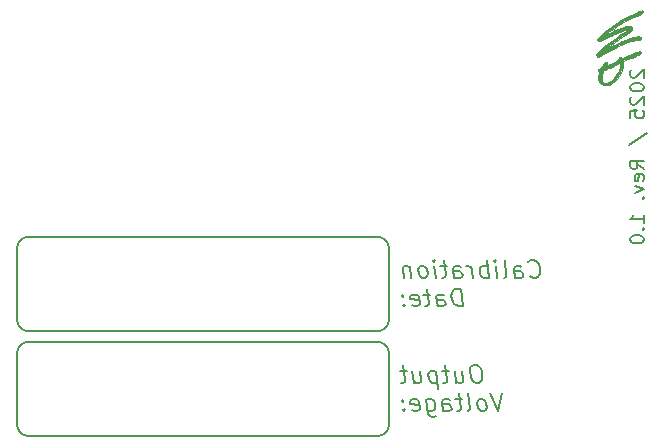
<source format=gbr>
%TF.GenerationSoftware,KiCad,Pcbnew,8.0.4*%
%TF.CreationDate,2025-01-19T15:52:31+01:00*%
%TF.ProjectId,PortableVoltageStandard,506f7274-6162-46c6-9556-6f6c74616765,1.0*%
%TF.SameCoordinates,Original*%
%TF.FileFunction,Legend,Bot*%
%TF.FilePolarity,Positive*%
%FSLAX46Y46*%
G04 Gerber Fmt 4.6, Leading zero omitted, Abs format (unit mm)*
G04 Created by KiCad (PCBNEW 8.0.4) date 2025-01-19 15:52:31*
%MOMM*%
%LPD*%
G01*
G04 APERTURE LIST*
%ADD10C,0.200000*%
%ADD11C,0.010000*%
G04 APERTURE END LIST*
D10*
X165000000Y-100500000D02*
G75*
G02*
X166000000Y-101500000I0J-1000000D01*
G01*
X134500000Y-110375000D02*
G75*
G02*
X135500000Y-109375000I1000000J0D01*
G01*
X135500000Y-109375000D02*
X165000000Y-109375000D01*
X166000000Y-101500000D02*
X166000000Y-107500000D01*
X165000000Y-109375000D02*
G75*
G02*
X166000000Y-110375000I0J-1000000D01*
G01*
X166000000Y-116375000D02*
G75*
G02*
X165000000Y-117375000I-1000000J0D01*
G01*
X134500000Y-101500000D02*
G75*
G02*
X135500000Y-100500000I1000000J0D01*
G01*
X134500000Y-107500000D02*
X134500000Y-101500000D01*
X166000000Y-110375000D02*
X166000000Y-116375000D01*
X166000000Y-107500000D02*
G75*
G02*
X165000000Y-108500000I-1000000J0D01*
G01*
X135500000Y-100500000D02*
X165000000Y-100500000D01*
X135500000Y-108500000D02*
G75*
G02*
X134500000Y-107500000I0J1000000D01*
G01*
X135500000Y-117375000D02*
G75*
G02*
X134500000Y-116375000I0J1000000D01*
G01*
X165000000Y-117375000D02*
X135500000Y-117375000D01*
X165000000Y-108500000D02*
X135500000Y-108500000D01*
X134500000Y-116375000D02*
X134500000Y-110375000D01*
X173417293Y-111345070D02*
X173131579Y-111345070D01*
X173131579Y-111345070D02*
X172997650Y-111416499D01*
X172997650Y-111416499D02*
X172872650Y-111559356D01*
X172872650Y-111559356D02*
X172836936Y-111845070D01*
X172836936Y-111845070D02*
X172899436Y-112345070D01*
X172899436Y-112345070D02*
X173006579Y-112630784D01*
X173006579Y-112630784D02*
X173167293Y-112773642D01*
X173167293Y-112773642D02*
X173319079Y-112845070D01*
X173319079Y-112845070D02*
X173604793Y-112845070D01*
X173604793Y-112845070D02*
X173738722Y-112773642D01*
X173738722Y-112773642D02*
X173863722Y-112630784D01*
X173863722Y-112630784D02*
X173899436Y-112345070D01*
X173899436Y-112345070D02*
X173836936Y-111845070D01*
X173836936Y-111845070D02*
X173729793Y-111559356D01*
X173729793Y-111559356D02*
X173569079Y-111416499D01*
X173569079Y-111416499D02*
X173417293Y-111345070D01*
X171551221Y-111845070D02*
X171676221Y-112845070D01*
X172194078Y-111845070D02*
X172292293Y-112630784D01*
X172292293Y-112630784D02*
X172238721Y-112773642D01*
X172238721Y-112773642D02*
X172104793Y-112845070D01*
X172104793Y-112845070D02*
X171890507Y-112845070D01*
X171890507Y-112845070D02*
X171738721Y-112773642D01*
X171738721Y-112773642D02*
X171658364Y-112702213D01*
X171051221Y-111845070D02*
X170479792Y-111845070D01*
X170774435Y-111345070D02*
X170935150Y-112630784D01*
X170935150Y-112630784D02*
X170881578Y-112773642D01*
X170881578Y-112773642D02*
X170747650Y-112845070D01*
X170747650Y-112845070D02*
X170604792Y-112845070D01*
X169979792Y-111845070D02*
X170167292Y-113345070D01*
X169988721Y-111916499D02*
X169836935Y-111845070D01*
X169836935Y-111845070D02*
X169551221Y-111845070D01*
X169551221Y-111845070D02*
X169417292Y-111916499D01*
X169417292Y-111916499D02*
X169354792Y-111987927D01*
X169354792Y-111987927D02*
X169301221Y-112130784D01*
X169301221Y-112130784D02*
X169354792Y-112559356D01*
X169354792Y-112559356D02*
X169444078Y-112702213D01*
X169444078Y-112702213D02*
X169524435Y-112773642D01*
X169524435Y-112773642D02*
X169676221Y-112845070D01*
X169676221Y-112845070D02*
X169961935Y-112845070D01*
X169961935Y-112845070D02*
X170095864Y-112773642D01*
X167979792Y-111845070D02*
X168104792Y-112845070D01*
X168622649Y-111845070D02*
X168720864Y-112630784D01*
X168720864Y-112630784D02*
X168667292Y-112773642D01*
X168667292Y-112773642D02*
X168533364Y-112845070D01*
X168533364Y-112845070D02*
X168319078Y-112845070D01*
X168319078Y-112845070D02*
X168167292Y-112773642D01*
X168167292Y-112773642D02*
X168086935Y-112702213D01*
X167479792Y-111845070D02*
X166908363Y-111845070D01*
X167203006Y-111345070D02*
X167363721Y-112630784D01*
X167363721Y-112630784D02*
X167310149Y-112773642D01*
X167310149Y-112773642D02*
X167176221Y-112845070D01*
X167176221Y-112845070D02*
X167033363Y-112845070D01*
X175560149Y-113759986D02*
X175247649Y-115259986D01*
X175247649Y-115259986D02*
X174560149Y-113759986D01*
X174033364Y-115259986D02*
X174167292Y-115188558D01*
X174167292Y-115188558D02*
X174229792Y-115117129D01*
X174229792Y-115117129D02*
X174283364Y-114974272D01*
X174283364Y-114974272D02*
X174229792Y-114545700D01*
X174229792Y-114545700D02*
X174140506Y-114402843D01*
X174140506Y-114402843D02*
X174060149Y-114331415D01*
X174060149Y-114331415D02*
X173908364Y-114259986D01*
X173908364Y-114259986D02*
X173694078Y-114259986D01*
X173694078Y-114259986D02*
X173560149Y-114331415D01*
X173560149Y-114331415D02*
X173497649Y-114402843D01*
X173497649Y-114402843D02*
X173444078Y-114545700D01*
X173444078Y-114545700D02*
X173497649Y-114974272D01*
X173497649Y-114974272D02*
X173586935Y-115117129D01*
X173586935Y-115117129D02*
X173667292Y-115188558D01*
X173667292Y-115188558D02*
X173819078Y-115259986D01*
X173819078Y-115259986D02*
X174033364Y-115259986D01*
X172676221Y-115259986D02*
X172810149Y-115188558D01*
X172810149Y-115188558D02*
X172863721Y-115045700D01*
X172863721Y-115045700D02*
X172703006Y-113759986D01*
X172194078Y-114259986D02*
X171622649Y-114259986D01*
X171917292Y-113759986D02*
X172078007Y-115045700D01*
X172078007Y-115045700D02*
X172024435Y-115188558D01*
X172024435Y-115188558D02*
X171890507Y-115259986D01*
X171890507Y-115259986D02*
X171747649Y-115259986D01*
X170604792Y-115259986D02*
X170506578Y-114474272D01*
X170506578Y-114474272D02*
X170560149Y-114331415D01*
X170560149Y-114331415D02*
X170694078Y-114259986D01*
X170694078Y-114259986D02*
X170979792Y-114259986D01*
X170979792Y-114259986D02*
X171131578Y-114331415D01*
X170595864Y-115188558D02*
X170747649Y-115259986D01*
X170747649Y-115259986D02*
X171104792Y-115259986D01*
X171104792Y-115259986D02*
X171238721Y-115188558D01*
X171238721Y-115188558D02*
X171292292Y-115045700D01*
X171292292Y-115045700D02*
X171274435Y-114902843D01*
X171274435Y-114902843D02*
X171185149Y-114759986D01*
X171185149Y-114759986D02*
X171033364Y-114688558D01*
X171033364Y-114688558D02*
X170676221Y-114688558D01*
X170676221Y-114688558D02*
X170524435Y-114617129D01*
X169122649Y-114259986D02*
X169274435Y-115474272D01*
X169274435Y-115474272D02*
X169363721Y-115617129D01*
X169363721Y-115617129D02*
X169444078Y-115688558D01*
X169444078Y-115688558D02*
X169595863Y-115759986D01*
X169595863Y-115759986D02*
X169810149Y-115759986D01*
X169810149Y-115759986D02*
X169944078Y-115688558D01*
X169238721Y-115188558D02*
X169390506Y-115259986D01*
X169390506Y-115259986D02*
X169676221Y-115259986D01*
X169676221Y-115259986D02*
X169810149Y-115188558D01*
X169810149Y-115188558D02*
X169872649Y-115117129D01*
X169872649Y-115117129D02*
X169926221Y-114974272D01*
X169926221Y-114974272D02*
X169872649Y-114545700D01*
X169872649Y-114545700D02*
X169783363Y-114402843D01*
X169783363Y-114402843D02*
X169703006Y-114331415D01*
X169703006Y-114331415D02*
X169551221Y-114259986D01*
X169551221Y-114259986D02*
X169265506Y-114259986D01*
X169265506Y-114259986D02*
X169131578Y-114331415D01*
X167953006Y-115188558D02*
X168104792Y-115259986D01*
X168104792Y-115259986D02*
X168390506Y-115259986D01*
X168390506Y-115259986D02*
X168524435Y-115188558D01*
X168524435Y-115188558D02*
X168578006Y-115045700D01*
X168578006Y-115045700D02*
X168506578Y-114474272D01*
X168506578Y-114474272D02*
X168417292Y-114331415D01*
X168417292Y-114331415D02*
X168265506Y-114259986D01*
X168265506Y-114259986D02*
X167979792Y-114259986D01*
X167979792Y-114259986D02*
X167845863Y-114331415D01*
X167845863Y-114331415D02*
X167792292Y-114474272D01*
X167792292Y-114474272D02*
X167810149Y-114617129D01*
X167810149Y-114617129D02*
X168542292Y-114759986D01*
X167229792Y-115117129D02*
X167167292Y-115188558D01*
X167167292Y-115188558D02*
X167247649Y-115259986D01*
X167247649Y-115259986D02*
X167310149Y-115188558D01*
X167310149Y-115188558D02*
X167229792Y-115117129D01*
X167229792Y-115117129D02*
X167247649Y-115259986D01*
X167131578Y-114331415D02*
X167069078Y-114402843D01*
X167069078Y-114402843D02*
X167149435Y-114474272D01*
X167149435Y-114474272D02*
X167211935Y-114402843D01*
X167211935Y-114402843D02*
X167131578Y-114331415D01*
X167131578Y-114331415D02*
X167149435Y-114474272D01*
X186507028Y-86360149D02*
X186449885Y-86417292D01*
X186449885Y-86417292D02*
X186392742Y-86531578D01*
X186392742Y-86531578D02*
X186392742Y-86817292D01*
X186392742Y-86817292D02*
X186449885Y-86931578D01*
X186449885Y-86931578D02*
X186507028Y-86988720D01*
X186507028Y-86988720D02*
X186621314Y-87045863D01*
X186621314Y-87045863D02*
X186735600Y-87045863D01*
X186735600Y-87045863D02*
X186907028Y-86988720D01*
X186907028Y-86988720D02*
X187592742Y-86303006D01*
X187592742Y-86303006D02*
X187592742Y-87045863D01*
X186392742Y-87788720D02*
X186392742Y-87903006D01*
X186392742Y-87903006D02*
X186449885Y-88017292D01*
X186449885Y-88017292D02*
X186507028Y-88074435D01*
X186507028Y-88074435D02*
X186621314Y-88131577D01*
X186621314Y-88131577D02*
X186849885Y-88188720D01*
X186849885Y-88188720D02*
X187135600Y-88188720D01*
X187135600Y-88188720D02*
X187364171Y-88131577D01*
X187364171Y-88131577D02*
X187478457Y-88074435D01*
X187478457Y-88074435D02*
X187535600Y-88017292D01*
X187535600Y-88017292D02*
X187592742Y-87903006D01*
X187592742Y-87903006D02*
X187592742Y-87788720D01*
X187592742Y-87788720D02*
X187535600Y-87674435D01*
X187535600Y-87674435D02*
X187478457Y-87617292D01*
X187478457Y-87617292D02*
X187364171Y-87560149D01*
X187364171Y-87560149D02*
X187135600Y-87503006D01*
X187135600Y-87503006D02*
X186849885Y-87503006D01*
X186849885Y-87503006D02*
X186621314Y-87560149D01*
X186621314Y-87560149D02*
X186507028Y-87617292D01*
X186507028Y-87617292D02*
X186449885Y-87674435D01*
X186449885Y-87674435D02*
X186392742Y-87788720D01*
X186507028Y-88645863D02*
X186449885Y-88703006D01*
X186449885Y-88703006D02*
X186392742Y-88817292D01*
X186392742Y-88817292D02*
X186392742Y-89103006D01*
X186392742Y-89103006D02*
X186449885Y-89217292D01*
X186449885Y-89217292D02*
X186507028Y-89274434D01*
X186507028Y-89274434D02*
X186621314Y-89331577D01*
X186621314Y-89331577D02*
X186735600Y-89331577D01*
X186735600Y-89331577D02*
X186907028Y-89274434D01*
X186907028Y-89274434D02*
X187592742Y-88588720D01*
X187592742Y-88588720D02*
X187592742Y-89331577D01*
X186392742Y-90417291D02*
X186392742Y-89845863D01*
X186392742Y-89845863D02*
X186964171Y-89788720D01*
X186964171Y-89788720D02*
X186907028Y-89845863D01*
X186907028Y-89845863D02*
X186849885Y-89960149D01*
X186849885Y-89960149D02*
X186849885Y-90245863D01*
X186849885Y-90245863D02*
X186907028Y-90360149D01*
X186907028Y-90360149D02*
X186964171Y-90417291D01*
X186964171Y-90417291D02*
X187078457Y-90474434D01*
X187078457Y-90474434D02*
X187364171Y-90474434D01*
X187364171Y-90474434D02*
X187478457Y-90417291D01*
X187478457Y-90417291D02*
X187535600Y-90360149D01*
X187535600Y-90360149D02*
X187592742Y-90245863D01*
X187592742Y-90245863D02*
X187592742Y-89960149D01*
X187592742Y-89960149D02*
X187535600Y-89845863D01*
X187535600Y-89845863D02*
X187478457Y-89788720D01*
X186335600Y-92760149D02*
X187878457Y-91731577D01*
X187592742Y-94760149D02*
X187021314Y-94360149D01*
X187592742Y-94074435D02*
X186392742Y-94074435D01*
X186392742Y-94074435D02*
X186392742Y-94531578D01*
X186392742Y-94531578D02*
X186449885Y-94645863D01*
X186449885Y-94645863D02*
X186507028Y-94703006D01*
X186507028Y-94703006D02*
X186621314Y-94760149D01*
X186621314Y-94760149D02*
X186792742Y-94760149D01*
X186792742Y-94760149D02*
X186907028Y-94703006D01*
X186907028Y-94703006D02*
X186964171Y-94645863D01*
X186964171Y-94645863D02*
X187021314Y-94531578D01*
X187021314Y-94531578D02*
X187021314Y-94074435D01*
X187535600Y-95731578D02*
X187592742Y-95617292D01*
X187592742Y-95617292D02*
X187592742Y-95388721D01*
X187592742Y-95388721D02*
X187535600Y-95274435D01*
X187535600Y-95274435D02*
X187421314Y-95217292D01*
X187421314Y-95217292D02*
X186964171Y-95217292D01*
X186964171Y-95217292D02*
X186849885Y-95274435D01*
X186849885Y-95274435D02*
X186792742Y-95388721D01*
X186792742Y-95388721D02*
X186792742Y-95617292D01*
X186792742Y-95617292D02*
X186849885Y-95731578D01*
X186849885Y-95731578D02*
X186964171Y-95788721D01*
X186964171Y-95788721D02*
X187078457Y-95788721D01*
X187078457Y-95788721D02*
X187192742Y-95217292D01*
X186792742Y-96188720D02*
X187592742Y-96474434D01*
X187592742Y-96474434D02*
X186792742Y-96760149D01*
X187478457Y-97217292D02*
X187535600Y-97274435D01*
X187535600Y-97274435D02*
X187592742Y-97217292D01*
X187592742Y-97217292D02*
X187535600Y-97160149D01*
X187535600Y-97160149D02*
X187478457Y-97217292D01*
X187478457Y-97217292D02*
X187592742Y-97217292D01*
X187592742Y-99331578D02*
X187592742Y-98645864D01*
X187592742Y-98988721D02*
X186392742Y-98988721D01*
X186392742Y-98988721D02*
X186564171Y-98874435D01*
X186564171Y-98874435D02*
X186678457Y-98760150D01*
X186678457Y-98760150D02*
X186735600Y-98645864D01*
X187478457Y-99845864D02*
X187535600Y-99903007D01*
X187535600Y-99903007D02*
X187592742Y-99845864D01*
X187592742Y-99845864D02*
X187535600Y-99788721D01*
X187535600Y-99788721D02*
X187478457Y-99845864D01*
X187478457Y-99845864D02*
X187592742Y-99845864D01*
X186392742Y-100645864D02*
X186392742Y-100760150D01*
X186392742Y-100760150D02*
X186449885Y-100874436D01*
X186449885Y-100874436D02*
X186507028Y-100931579D01*
X186507028Y-100931579D02*
X186621314Y-100988721D01*
X186621314Y-100988721D02*
X186849885Y-101045864D01*
X186849885Y-101045864D02*
X187135600Y-101045864D01*
X187135600Y-101045864D02*
X187364171Y-100988721D01*
X187364171Y-100988721D02*
X187478457Y-100931579D01*
X187478457Y-100931579D02*
X187535600Y-100874436D01*
X187535600Y-100874436D02*
X187592742Y-100760150D01*
X187592742Y-100760150D02*
X187592742Y-100645864D01*
X187592742Y-100645864D02*
X187535600Y-100531579D01*
X187535600Y-100531579D02*
X187478457Y-100474436D01*
X187478457Y-100474436D02*
X187364171Y-100417293D01*
X187364171Y-100417293D02*
X187135600Y-100360150D01*
X187135600Y-100360150D02*
X186849885Y-100360150D01*
X186849885Y-100360150D02*
X186621314Y-100417293D01*
X186621314Y-100417293D02*
X186507028Y-100474436D01*
X186507028Y-100474436D02*
X186449885Y-100531579D01*
X186449885Y-100531579D02*
X186392742Y-100645864D01*
X177944078Y-103827213D02*
X178024435Y-103898642D01*
X178024435Y-103898642D02*
X178247650Y-103970070D01*
X178247650Y-103970070D02*
X178390507Y-103970070D01*
X178390507Y-103970070D02*
X178595864Y-103898642D01*
X178595864Y-103898642D02*
X178720864Y-103755784D01*
X178720864Y-103755784D02*
X178774435Y-103612927D01*
X178774435Y-103612927D02*
X178810150Y-103327213D01*
X178810150Y-103327213D02*
X178783364Y-103112927D01*
X178783364Y-103112927D02*
X178676221Y-102827213D01*
X178676221Y-102827213D02*
X178586935Y-102684356D01*
X178586935Y-102684356D02*
X178426221Y-102541499D01*
X178426221Y-102541499D02*
X178203007Y-102470070D01*
X178203007Y-102470070D02*
X178060150Y-102470070D01*
X178060150Y-102470070D02*
X177854793Y-102541499D01*
X177854793Y-102541499D02*
X177792293Y-102612927D01*
X176676221Y-103970070D02*
X176578007Y-103184356D01*
X176578007Y-103184356D02*
X176631578Y-103041499D01*
X176631578Y-103041499D02*
X176765507Y-102970070D01*
X176765507Y-102970070D02*
X177051221Y-102970070D01*
X177051221Y-102970070D02*
X177203007Y-103041499D01*
X176667293Y-103898642D02*
X176819078Y-103970070D01*
X176819078Y-103970070D02*
X177176221Y-103970070D01*
X177176221Y-103970070D02*
X177310150Y-103898642D01*
X177310150Y-103898642D02*
X177363721Y-103755784D01*
X177363721Y-103755784D02*
X177345864Y-103612927D01*
X177345864Y-103612927D02*
X177256578Y-103470070D01*
X177256578Y-103470070D02*
X177104793Y-103398642D01*
X177104793Y-103398642D02*
X176747650Y-103398642D01*
X176747650Y-103398642D02*
X176595864Y-103327213D01*
X175747650Y-103970070D02*
X175881578Y-103898642D01*
X175881578Y-103898642D02*
X175935150Y-103755784D01*
X175935150Y-103755784D02*
X175774435Y-102470070D01*
X175176221Y-103970070D02*
X175051221Y-102970070D01*
X174988721Y-102470070D02*
X175069078Y-102541499D01*
X175069078Y-102541499D02*
X175006578Y-102612927D01*
X175006578Y-102612927D02*
X174926221Y-102541499D01*
X174926221Y-102541499D02*
X174988721Y-102470070D01*
X174988721Y-102470070D02*
X175006578Y-102612927D01*
X174461935Y-103970070D02*
X174274435Y-102470070D01*
X174345864Y-103041499D02*
X174194078Y-102970070D01*
X174194078Y-102970070D02*
X173908364Y-102970070D01*
X173908364Y-102970070D02*
X173774435Y-103041499D01*
X173774435Y-103041499D02*
X173711935Y-103112927D01*
X173711935Y-103112927D02*
X173658364Y-103255784D01*
X173658364Y-103255784D02*
X173711935Y-103684356D01*
X173711935Y-103684356D02*
X173801221Y-103827213D01*
X173801221Y-103827213D02*
X173881578Y-103898642D01*
X173881578Y-103898642D02*
X174033364Y-103970070D01*
X174033364Y-103970070D02*
X174319078Y-103970070D01*
X174319078Y-103970070D02*
X174453007Y-103898642D01*
X173104792Y-103970070D02*
X172979792Y-102970070D01*
X173015507Y-103255784D02*
X172926221Y-103112927D01*
X172926221Y-103112927D02*
X172845864Y-103041499D01*
X172845864Y-103041499D02*
X172694078Y-102970070D01*
X172694078Y-102970070D02*
X172551221Y-102970070D01*
X171533364Y-103970070D02*
X171435150Y-103184356D01*
X171435150Y-103184356D02*
X171488721Y-103041499D01*
X171488721Y-103041499D02*
X171622650Y-102970070D01*
X171622650Y-102970070D02*
X171908364Y-102970070D01*
X171908364Y-102970070D02*
X172060150Y-103041499D01*
X171524436Y-103898642D02*
X171676221Y-103970070D01*
X171676221Y-103970070D02*
X172033364Y-103970070D01*
X172033364Y-103970070D02*
X172167293Y-103898642D01*
X172167293Y-103898642D02*
X172220864Y-103755784D01*
X172220864Y-103755784D02*
X172203007Y-103612927D01*
X172203007Y-103612927D02*
X172113721Y-103470070D01*
X172113721Y-103470070D02*
X171961936Y-103398642D01*
X171961936Y-103398642D02*
X171604793Y-103398642D01*
X171604793Y-103398642D02*
X171453007Y-103327213D01*
X170908364Y-102970070D02*
X170336935Y-102970070D01*
X170631578Y-102470070D02*
X170792293Y-103755784D01*
X170792293Y-103755784D02*
X170738721Y-103898642D01*
X170738721Y-103898642D02*
X170604793Y-103970070D01*
X170604793Y-103970070D02*
X170461935Y-103970070D01*
X169961935Y-103970070D02*
X169836935Y-102970070D01*
X169774435Y-102470070D02*
X169854792Y-102541499D01*
X169854792Y-102541499D02*
X169792292Y-102612927D01*
X169792292Y-102612927D02*
X169711935Y-102541499D01*
X169711935Y-102541499D02*
X169774435Y-102470070D01*
X169774435Y-102470070D02*
X169792292Y-102612927D01*
X169033364Y-103970070D02*
X169167292Y-103898642D01*
X169167292Y-103898642D02*
X169229792Y-103827213D01*
X169229792Y-103827213D02*
X169283364Y-103684356D01*
X169283364Y-103684356D02*
X169229792Y-103255784D01*
X169229792Y-103255784D02*
X169140506Y-103112927D01*
X169140506Y-103112927D02*
X169060149Y-103041499D01*
X169060149Y-103041499D02*
X168908364Y-102970070D01*
X168908364Y-102970070D02*
X168694078Y-102970070D01*
X168694078Y-102970070D02*
X168560149Y-103041499D01*
X168560149Y-103041499D02*
X168497649Y-103112927D01*
X168497649Y-103112927D02*
X168444078Y-103255784D01*
X168444078Y-103255784D02*
X168497649Y-103684356D01*
X168497649Y-103684356D02*
X168586935Y-103827213D01*
X168586935Y-103827213D02*
X168667292Y-103898642D01*
X168667292Y-103898642D02*
X168819078Y-103970070D01*
X168819078Y-103970070D02*
X169033364Y-103970070D01*
X167765506Y-102970070D02*
X167890506Y-103970070D01*
X167783363Y-103112927D02*
X167703006Y-103041499D01*
X167703006Y-103041499D02*
X167551221Y-102970070D01*
X167551221Y-102970070D02*
X167336935Y-102970070D01*
X167336935Y-102970070D02*
X167203006Y-103041499D01*
X167203006Y-103041499D02*
X167149435Y-103184356D01*
X167149435Y-103184356D02*
X167247649Y-103970070D01*
X172247649Y-106384986D02*
X172060149Y-104884986D01*
X172060149Y-104884986D02*
X171703006Y-104884986D01*
X171703006Y-104884986D02*
X171497649Y-104956415D01*
X171497649Y-104956415D02*
X171372649Y-105099272D01*
X171372649Y-105099272D02*
X171319078Y-105242129D01*
X171319078Y-105242129D02*
X171283364Y-105527843D01*
X171283364Y-105527843D02*
X171310149Y-105742129D01*
X171310149Y-105742129D02*
X171417292Y-106027843D01*
X171417292Y-106027843D02*
X171506578Y-106170700D01*
X171506578Y-106170700D02*
X171667292Y-106313558D01*
X171667292Y-106313558D02*
X171890506Y-106384986D01*
X171890506Y-106384986D02*
X172247649Y-106384986D01*
X170104792Y-106384986D02*
X170006578Y-105599272D01*
X170006578Y-105599272D02*
X170060149Y-105456415D01*
X170060149Y-105456415D02*
X170194078Y-105384986D01*
X170194078Y-105384986D02*
X170479792Y-105384986D01*
X170479792Y-105384986D02*
X170631578Y-105456415D01*
X170095864Y-106313558D02*
X170247649Y-106384986D01*
X170247649Y-106384986D02*
X170604792Y-106384986D01*
X170604792Y-106384986D02*
X170738721Y-106313558D01*
X170738721Y-106313558D02*
X170792292Y-106170700D01*
X170792292Y-106170700D02*
X170774435Y-106027843D01*
X170774435Y-106027843D02*
X170685149Y-105884986D01*
X170685149Y-105884986D02*
X170533364Y-105813558D01*
X170533364Y-105813558D02*
X170176221Y-105813558D01*
X170176221Y-105813558D02*
X170024435Y-105742129D01*
X169479792Y-105384986D02*
X168908363Y-105384986D01*
X169203006Y-104884986D02*
X169363721Y-106170700D01*
X169363721Y-106170700D02*
X169310149Y-106313558D01*
X169310149Y-106313558D02*
X169176221Y-106384986D01*
X169176221Y-106384986D02*
X169033363Y-106384986D01*
X167953006Y-106313558D02*
X168104792Y-106384986D01*
X168104792Y-106384986D02*
X168390506Y-106384986D01*
X168390506Y-106384986D02*
X168524435Y-106313558D01*
X168524435Y-106313558D02*
X168578006Y-106170700D01*
X168578006Y-106170700D02*
X168506578Y-105599272D01*
X168506578Y-105599272D02*
X168417292Y-105456415D01*
X168417292Y-105456415D02*
X168265506Y-105384986D01*
X168265506Y-105384986D02*
X167979792Y-105384986D01*
X167979792Y-105384986D02*
X167845863Y-105456415D01*
X167845863Y-105456415D02*
X167792292Y-105599272D01*
X167792292Y-105599272D02*
X167810149Y-105742129D01*
X167810149Y-105742129D02*
X168542292Y-105884986D01*
X167229792Y-106242129D02*
X167167292Y-106313558D01*
X167167292Y-106313558D02*
X167247649Y-106384986D01*
X167247649Y-106384986D02*
X167310149Y-106313558D01*
X167310149Y-106313558D02*
X167229792Y-106242129D01*
X167229792Y-106242129D02*
X167247649Y-106384986D01*
X167131578Y-105456415D02*
X167069078Y-105527843D01*
X167069078Y-105527843D02*
X167149435Y-105599272D01*
X167149435Y-105599272D02*
X167211935Y-105527843D01*
X167211935Y-105527843D02*
X167131578Y-105456415D01*
X167131578Y-105456415D02*
X167149435Y-105599272D01*
D11*
%TO.C,G\u002A\u002A\u002A*%
X187242191Y-84808525D02*
X187291857Y-84834653D01*
X187336180Y-84895845D01*
X187335891Y-84962064D01*
X187284684Y-85019252D01*
X187280624Y-85021740D01*
X187227009Y-85047766D01*
X187136345Y-85086265D01*
X187020244Y-85132460D01*
X186890316Y-85181571D01*
X186888103Y-85182386D01*
X186729967Y-85243481D01*
X186546739Y-85318565D01*
X186360957Y-85398193D01*
X186195158Y-85472918D01*
X185834210Y-85641170D01*
X185816678Y-85946217D01*
X185806396Y-86070802D01*
X185750507Y-86374729D01*
X185650275Y-86653186D01*
X185502732Y-86913222D01*
X185304911Y-87161882D01*
X185304049Y-87162825D01*
X185163170Y-87298550D01*
X184999571Y-87426946D01*
X184830663Y-87535590D01*
X184673857Y-87612063D01*
X184616585Y-87630607D01*
X184504339Y-87656531D01*
X184391317Y-87673104D01*
X184344745Y-87675814D01*
X184165460Y-87654942D01*
X184002460Y-87586975D01*
X183864330Y-87476594D01*
X183759656Y-87328486D01*
X183748047Y-87302563D01*
X183718869Y-87183538D01*
X183709361Y-87040160D01*
X184002151Y-87040160D01*
X184005277Y-87181730D01*
X184027836Y-87289692D01*
X184086154Y-87387556D01*
X184177501Y-87448031D01*
X184302742Y-87467789D01*
X184319284Y-87467621D01*
X184428423Y-87455856D01*
X184535567Y-87421738D01*
X184653766Y-87359899D01*
X184796075Y-87264975D01*
X184865298Y-87212162D01*
X185059396Y-87025539D01*
X185235522Y-86797766D01*
X185386631Y-86537522D01*
X185439868Y-86427777D01*
X185478682Y-86335081D01*
X185501824Y-86253625D01*
X185514477Y-86164694D01*
X185521828Y-86049574D01*
X185523195Y-86017373D01*
X185524393Y-85906954D01*
X185518885Y-85835500D01*
X185507105Y-85810105D01*
X185506204Y-85810191D01*
X185471281Y-85823225D01*
X185396883Y-85855918D01*
X185290862Y-85904664D01*
X185161069Y-85965858D01*
X185015355Y-86035896D01*
X184875005Y-86103085D01*
X184714147Y-86178160D01*
X184564933Y-86245893D01*
X184439451Y-86300809D01*
X184349784Y-86337432D01*
X184149789Y-86413178D01*
X184077055Y-86626326D01*
X184049522Y-86719139D01*
X184017288Y-86880717D01*
X184002151Y-87040160D01*
X183709361Y-87040160D01*
X183709061Y-87035637D01*
X183718918Y-86875346D01*
X183748737Y-86719158D01*
X183764059Y-86660999D01*
X183782227Y-86579721D01*
X183784136Y-86532222D01*
X183769177Y-86506943D01*
X183736736Y-86492329D01*
X183688423Y-86458887D01*
X183664344Y-86394233D01*
X183680850Y-86320057D01*
X183688984Y-86308442D01*
X183742614Y-86266849D01*
X183817792Y-86234072D01*
X183908605Y-86191369D01*
X183968273Y-86119498D01*
X183983764Y-86089935D01*
X184078351Y-85932184D01*
X184175190Y-85805809D01*
X184269408Y-85715619D01*
X184356134Y-85666427D01*
X184430495Y-85663042D01*
X184454343Y-85673213D01*
X184494587Y-85722961D01*
X184490923Y-85801426D01*
X184443274Y-85907155D01*
X184371689Y-86029305D01*
X184434529Y-86011222D01*
X184435119Y-86011048D01*
X184479386Y-85993171D01*
X184562525Y-85955461D01*
X184675876Y-85902000D01*
X184810780Y-85836872D01*
X184958579Y-85764157D01*
X185015189Y-85736028D01*
X185160409Y-85663249D01*
X185265968Y-85608379D01*
X185338178Y-85567175D01*
X185383352Y-85535395D01*
X185407804Y-85508796D01*
X185417845Y-85483134D01*
X185419789Y-85454167D01*
X185420138Y-85442571D01*
X185442570Y-85360538D01*
X185491269Y-85299375D01*
X185507105Y-85293315D01*
X185554012Y-85275368D01*
X185602590Y-85288864D01*
X185663499Y-85325038D01*
X185680806Y-85338040D01*
X185705839Y-85350838D01*
X185736640Y-85352916D01*
X185781742Y-85341889D01*
X185849682Y-85315372D01*
X185948993Y-85270979D01*
X186088210Y-85206324D01*
X186336489Y-85092402D01*
X186576615Y-84987434D01*
X186776583Y-84906914D01*
X186939759Y-84849802D01*
X187069508Y-84815060D01*
X187169196Y-84801647D01*
X187242191Y-84808525D01*
G36*
X187242191Y-84808525D02*
G01*
X187291857Y-84834653D01*
X187336180Y-84895845D01*
X187335891Y-84962064D01*
X187284684Y-85019252D01*
X187280624Y-85021740D01*
X187227009Y-85047766D01*
X187136345Y-85086265D01*
X187020244Y-85132460D01*
X186890316Y-85181571D01*
X186888103Y-85182386D01*
X186729967Y-85243481D01*
X186546739Y-85318565D01*
X186360957Y-85398193D01*
X186195158Y-85472918D01*
X185834210Y-85641170D01*
X185816678Y-85946217D01*
X185806396Y-86070802D01*
X185750507Y-86374729D01*
X185650275Y-86653186D01*
X185502732Y-86913222D01*
X185304911Y-87161882D01*
X185304049Y-87162825D01*
X185163170Y-87298550D01*
X184999571Y-87426946D01*
X184830663Y-87535590D01*
X184673857Y-87612063D01*
X184616585Y-87630607D01*
X184504339Y-87656531D01*
X184391317Y-87673104D01*
X184344745Y-87675814D01*
X184165460Y-87654942D01*
X184002460Y-87586975D01*
X183864330Y-87476594D01*
X183759656Y-87328486D01*
X183748047Y-87302563D01*
X183718869Y-87183538D01*
X183709361Y-87040160D01*
X184002151Y-87040160D01*
X184005277Y-87181730D01*
X184027836Y-87289692D01*
X184086154Y-87387556D01*
X184177501Y-87448031D01*
X184302742Y-87467789D01*
X184319284Y-87467621D01*
X184428423Y-87455856D01*
X184535567Y-87421738D01*
X184653766Y-87359899D01*
X184796075Y-87264975D01*
X184865298Y-87212162D01*
X185059396Y-87025539D01*
X185235522Y-86797766D01*
X185386631Y-86537522D01*
X185439868Y-86427777D01*
X185478682Y-86335081D01*
X185501824Y-86253625D01*
X185514477Y-86164694D01*
X185521828Y-86049574D01*
X185523195Y-86017373D01*
X185524393Y-85906954D01*
X185518885Y-85835500D01*
X185507105Y-85810105D01*
X185506204Y-85810191D01*
X185471281Y-85823225D01*
X185396883Y-85855918D01*
X185290862Y-85904664D01*
X185161069Y-85965858D01*
X185015355Y-86035896D01*
X184875005Y-86103085D01*
X184714147Y-86178160D01*
X184564933Y-86245893D01*
X184439451Y-86300809D01*
X184349784Y-86337432D01*
X184149789Y-86413178D01*
X184077055Y-86626326D01*
X184049522Y-86719139D01*
X184017288Y-86880717D01*
X184002151Y-87040160D01*
X183709361Y-87040160D01*
X183709061Y-87035637D01*
X183718918Y-86875346D01*
X183748737Y-86719158D01*
X183764059Y-86660999D01*
X183782227Y-86579721D01*
X183784136Y-86532222D01*
X183769177Y-86506943D01*
X183736736Y-86492329D01*
X183688423Y-86458887D01*
X183664344Y-86394233D01*
X183680850Y-86320057D01*
X183688984Y-86308442D01*
X183742614Y-86266849D01*
X183817792Y-86234072D01*
X183908605Y-86191369D01*
X183968273Y-86119498D01*
X183983764Y-86089935D01*
X184078351Y-85932184D01*
X184175190Y-85805809D01*
X184269408Y-85715619D01*
X184356134Y-85666427D01*
X184430495Y-85663042D01*
X184454343Y-85673213D01*
X184494587Y-85722961D01*
X184490923Y-85801426D01*
X184443274Y-85907155D01*
X184371689Y-86029305D01*
X184434529Y-86011222D01*
X184435119Y-86011048D01*
X184479386Y-85993171D01*
X184562525Y-85955461D01*
X184675876Y-85902000D01*
X184810780Y-85836872D01*
X184958579Y-85764157D01*
X185015189Y-85736028D01*
X185160409Y-85663249D01*
X185265968Y-85608379D01*
X185338178Y-85567175D01*
X185383352Y-85535395D01*
X185407804Y-85508796D01*
X185417845Y-85483134D01*
X185419789Y-85454167D01*
X185420138Y-85442571D01*
X185442570Y-85360538D01*
X185491269Y-85299375D01*
X185507105Y-85293315D01*
X185554012Y-85275368D01*
X185602590Y-85288864D01*
X185663499Y-85325038D01*
X185680806Y-85338040D01*
X185705839Y-85350838D01*
X185736640Y-85352916D01*
X185781742Y-85341889D01*
X185849682Y-85315372D01*
X185948993Y-85270979D01*
X186088210Y-85206324D01*
X186336489Y-85092402D01*
X186576615Y-84987434D01*
X186776583Y-84906914D01*
X186939759Y-84849802D01*
X187069508Y-84815060D01*
X187169196Y-84801647D01*
X187242191Y-84808525D01*
G37*
X187441037Y-81332249D02*
X187466192Y-81345911D01*
X187496389Y-81378028D01*
X187501520Y-81418991D01*
X187477057Y-81484652D01*
X187453563Y-81522973D01*
X187398400Y-81576209D01*
X187311357Y-81632725D01*
X187185984Y-81696534D01*
X187015831Y-81771650D01*
X186997280Y-81779495D01*
X186669681Y-81924885D01*
X186337839Y-82084262D01*
X186008584Y-82253642D01*
X185688744Y-82429041D01*
X185385151Y-82606474D01*
X185104632Y-82781959D01*
X184854019Y-82951509D01*
X184640141Y-83111143D01*
X184469827Y-83256874D01*
X184310210Y-83406883D01*
X184590947Y-83260053D01*
X184842550Y-83133250D01*
X185128688Y-83000762D01*
X185401909Y-82886560D01*
X185657579Y-82792077D01*
X185891065Y-82718749D01*
X186097733Y-82668010D01*
X186272949Y-82641295D01*
X186412080Y-82640039D01*
X186510491Y-82665677D01*
X186566511Y-82704137D01*
X186610507Y-82777152D01*
X186604714Y-82866248D01*
X186549361Y-82969960D01*
X186444677Y-83086821D01*
X186433527Y-83096794D01*
X186368595Y-83147295D01*
X186269065Y-83218346D01*
X186143405Y-83304134D01*
X186000086Y-83398844D01*
X185847579Y-83496664D01*
X185487569Y-83728914D01*
X185100851Y-83991914D01*
X184753206Y-84244749D01*
X184438527Y-84491731D01*
X184400704Y-84522747D01*
X184278291Y-84625012D01*
X184197453Y-84696462D01*
X184157295Y-84738195D01*
X184156921Y-84751311D01*
X184195436Y-84736907D01*
X184271944Y-84696082D01*
X184445091Y-84599288D01*
X184899460Y-84353751D01*
X185319660Y-84139632D01*
X185704707Y-83957336D01*
X186053618Y-83807271D01*
X186365411Y-83689846D01*
X186639102Y-83605466D01*
X186873708Y-83554539D01*
X187068247Y-83537473D01*
X187125724Y-83538213D01*
X187205858Y-83545691D01*
X187259475Y-83565150D01*
X187304220Y-83601368D01*
X187345880Y-83657039D01*
X187352909Y-83723406D01*
X187350829Y-83730803D01*
X187317382Y-83790001D01*
X187254586Y-83828394D01*
X187154862Y-83848883D01*
X187010631Y-83854367D01*
X186939730Y-83855854D01*
X186799795Y-83870057D01*
X186645525Y-83900974D01*
X186468725Y-83950754D01*
X186261203Y-84021543D01*
X186014768Y-84115491D01*
X185905467Y-84159295D01*
X185583502Y-84295919D01*
X185267846Y-84442419D01*
X184942370Y-84606505D01*
X184590947Y-84795883D01*
X184527181Y-84831152D01*
X184319594Y-84945675D01*
X184152221Y-85037278D01*
X184019989Y-85108485D01*
X183917828Y-85161817D01*
X183840665Y-85199796D01*
X183783429Y-85224945D01*
X183741049Y-85239785D01*
X183708453Y-85246840D01*
X183680568Y-85248631D01*
X183645078Y-85244071D01*
X183575649Y-85203061D01*
X183534436Y-85132102D01*
X183532801Y-85046719D01*
X183557601Y-84990620D01*
X183625838Y-84899444D01*
X183736297Y-84785117D01*
X183890269Y-84646323D01*
X184089050Y-84481750D01*
X184139447Y-84441563D01*
X184351200Y-84277056D01*
X184592477Y-84095189D01*
X184851463Y-83904503D01*
X185116343Y-83713540D01*
X185375304Y-83530842D01*
X185616530Y-83364950D01*
X185828206Y-83224405D01*
X185940526Y-83150877D01*
X186051789Y-83076289D01*
X186138802Y-83015979D01*
X186194622Y-82974772D01*
X186212302Y-82957495D01*
X186189651Y-82954812D01*
X186122363Y-82965937D01*
X186019927Y-82991035D01*
X185890770Y-83027501D01*
X185743317Y-83072731D01*
X185585993Y-83124121D01*
X185427224Y-83179067D01*
X185275435Y-83234965D01*
X185139052Y-83289211D01*
X185060965Y-83323381D01*
X184919062Y-83389700D01*
X184752457Y-83471003D01*
X184574046Y-83560773D01*
X184396727Y-83652493D01*
X184233401Y-83739646D01*
X184096963Y-83815716D01*
X184063176Y-83834830D01*
X183927484Y-83901669D01*
X183822361Y-83933030D01*
X183741180Y-83930152D01*
X183677316Y-83894277D01*
X183668263Y-83885645D01*
X183631632Y-83829170D01*
X183629370Y-83764090D01*
X183663763Y-83686606D01*
X183737096Y-83592917D01*
X183851655Y-83479224D01*
X184009727Y-83341727D01*
X184427842Y-83006085D01*
X185041246Y-82559660D01*
X185662734Y-82160593D01*
X186289079Y-81810914D01*
X186917052Y-81512654D01*
X187020797Y-81467972D01*
X187166843Y-81406720D01*
X187275069Y-81364592D01*
X187352296Y-81339519D01*
X187405345Y-81329428D01*
X187441037Y-81332249D01*
G36*
X187441037Y-81332249D02*
G01*
X187466192Y-81345911D01*
X187496389Y-81378028D01*
X187501520Y-81418991D01*
X187477057Y-81484652D01*
X187453563Y-81522973D01*
X187398400Y-81576209D01*
X187311357Y-81632725D01*
X187185984Y-81696534D01*
X187015831Y-81771650D01*
X186997280Y-81779495D01*
X186669681Y-81924885D01*
X186337839Y-82084262D01*
X186008584Y-82253642D01*
X185688744Y-82429041D01*
X185385151Y-82606474D01*
X185104632Y-82781959D01*
X184854019Y-82951509D01*
X184640141Y-83111143D01*
X184469827Y-83256874D01*
X184310210Y-83406883D01*
X184590947Y-83260053D01*
X184842550Y-83133250D01*
X185128688Y-83000762D01*
X185401909Y-82886560D01*
X185657579Y-82792077D01*
X185891065Y-82718749D01*
X186097733Y-82668010D01*
X186272949Y-82641295D01*
X186412080Y-82640039D01*
X186510491Y-82665677D01*
X186566511Y-82704137D01*
X186610507Y-82777152D01*
X186604714Y-82866248D01*
X186549361Y-82969960D01*
X186444677Y-83086821D01*
X186433527Y-83096794D01*
X186368595Y-83147295D01*
X186269065Y-83218346D01*
X186143405Y-83304134D01*
X186000086Y-83398844D01*
X185847579Y-83496664D01*
X185487569Y-83728914D01*
X185100851Y-83991914D01*
X184753206Y-84244749D01*
X184438527Y-84491731D01*
X184400704Y-84522747D01*
X184278291Y-84625012D01*
X184197453Y-84696462D01*
X184157295Y-84738195D01*
X184156921Y-84751311D01*
X184195436Y-84736907D01*
X184271944Y-84696082D01*
X184445091Y-84599288D01*
X184899460Y-84353751D01*
X185319660Y-84139632D01*
X185704707Y-83957336D01*
X186053618Y-83807271D01*
X186365411Y-83689846D01*
X186639102Y-83605466D01*
X186873708Y-83554539D01*
X187068247Y-83537473D01*
X187125724Y-83538213D01*
X187205858Y-83545691D01*
X187259475Y-83565150D01*
X187304220Y-83601368D01*
X187345880Y-83657039D01*
X187352909Y-83723406D01*
X187350829Y-83730803D01*
X187317382Y-83790001D01*
X187254586Y-83828394D01*
X187154862Y-83848883D01*
X187010631Y-83854367D01*
X186939730Y-83855854D01*
X186799795Y-83870057D01*
X186645525Y-83900974D01*
X186468725Y-83950754D01*
X186261203Y-84021543D01*
X186014768Y-84115491D01*
X185905467Y-84159295D01*
X185583502Y-84295919D01*
X185267846Y-84442419D01*
X184942370Y-84606505D01*
X184590947Y-84795883D01*
X184527181Y-84831152D01*
X184319594Y-84945675D01*
X184152221Y-85037278D01*
X184019989Y-85108485D01*
X183917828Y-85161817D01*
X183840665Y-85199796D01*
X183783429Y-85224945D01*
X183741049Y-85239785D01*
X183708453Y-85246840D01*
X183680568Y-85248631D01*
X183645078Y-85244071D01*
X183575649Y-85203061D01*
X183534436Y-85132102D01*
X183532801Y-85046719D01*
X183557601Y-84990620D01*
X183625838Y-84899444D01*
X183736297Y-84785117D01*
X183890269Y-84646323D01*
X184089050Y-84481750D01*
X184139447Y-84441563D01*
X184351200Y-84277056D01*
X184592477Y-84095189D01*
X184851463Y-83904503D01*
X185116343Y-83713540D01*
X185375304Y-83530842D01*
X185616530Y-83364950D01*
X185828206Y-83224405D01*
X185940526Y-83150877D01*
X186051789Y-83076289D01*
X186138802Y-83015979D01*
X186194622Y-82974772D01*
X186212302Y-82957495D01*
X186189651Y-82954812D01*
X186122363Y-82965937D01*
X186019927Y-82991035D01*
X185890770Y-83027501D01*
X185743317Y-83072731D01*
X185585993Y-83124121D01*
X185427224Y-83179067D01*
X185275435Y-83234965D01*
X185139052Y-83289211D01*
X185060965Y-83323381D01*
X184919062Y-83389700D01*
X184752457Y-83471003D01*
X184574046Y-83560773D01*
X184396727Y-83652493D01*
X184233401Y-83739646D01*
X184096963Y-83815716D01*
X184063176Y-83834830D01*
X183927484Y-83901669D01*
X183822361Y-83933030D01*
X183741180Y-83930152D01*
X183677316Y-83894277D01*
X183668263Y-83885645D01*
X183631632Y-83829170D01*
X183629370Y-83764090D01*
X183663763Y-83686606D01*
X183737096Y-83592917D01*
X183851655Y-83479224D01*
X184009727Y-83341727D01*
X184427842Y-83006085D01*
X185041246Y-82559660D01*
X185662734Y-82160593D01*
X186289079Y-81810914D01*
X186917052Y-81512654D01*
X187020797Y-81467972D01*
X187166843Y-81406720D01*
X187275069Y-81364592D01*
X187352296Y-81339519D01*
X187405345Y-81329428D01*
X187441037Y-81332249D01*
G37*
%TD*%
M02*

</source>
